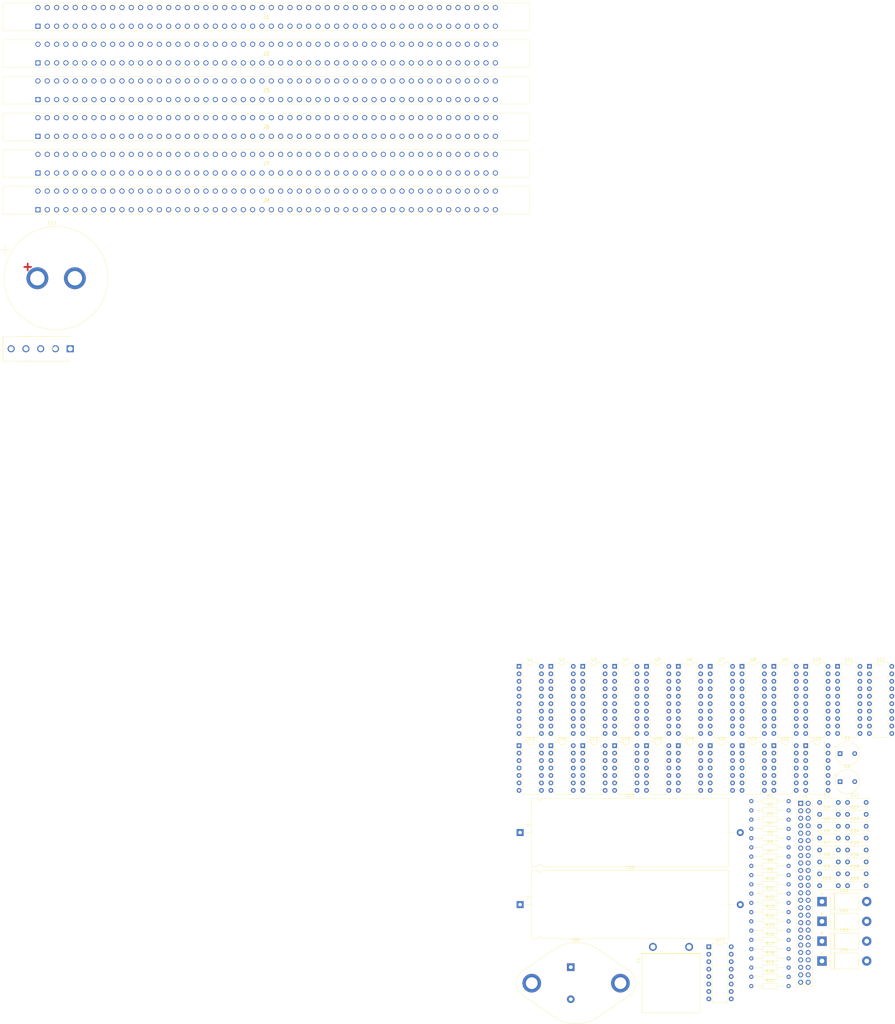
<source format=kicad_pcb>
(kicad_pcb (version 20221018) (generator pcbnew)
  (layers (0 "F.Cu" signal) (31 "B.Cu" signal) (34 "B.Paste" user) (35 "F.Paste" user) (36 "B.SilkS" user "B.Silkscreen") (37 "F.SilkS" user "F.Silkscreen") (38 "B.Mask" user) (39 "F.Mask" user) (44 "Edge.Cuts" user))
  (net 0 "")
  (net 1 "1")
  (net 2 "100")
  (net 3 "+5V")
  (net 4 "Net-(C18-Pad1)")
  (net 5 "Net-(C19-Pad1)")
  (net 6 "+16v")
  (net 7 "Net-(CR1-A)")
  (net 8 "Net-(CR3-K)")
  (net 9 "~{INTX}")
  (net 10 "~{PRESET X}")
  (net 11 "CBE X")
  (net 12 "~{WAIT X}")
  (net 13 "~{NMI X}")
  (net 14 "~{BUSRQ X}")
  (net 15 "CBD X")
  (net 16 "~{BUSACK X}")
  (net 17 "phi 1 X")
  (net 18 "~{RAMDR} * ~{ROMENABLE X}")
  (net 19 "~{RESET X}")
  (net 20 "ROM PRE X")
  (net 21 "UP8K X")
  (net 22 "CLOCK OUT X")
  (net 23 "J3-15")
  (net 24 "J3-16")
  (net 25 "J3-17")
  (net 26 "J3-18")
  (net 27 "J3-19")
  (net 28 "J3-20")
  (net 29 "J3-21")
  (net 30 "A8X")
  (net 31 "A9X")
  (net 32 "A10X")
  (net 33 "A11X")
  (net 34 "A15X")
  (net 35 "A14X")
  (net 36 "A13X")
  (net 37 "A12X")
  (net 38 "A0X")
  (net 39 "A1X")
  (net 40 "A2X")
  (net 41 "A3X")
  (net 42 "A4X")
  (net 43 "A5X")
  (net 44 "A6X")
  (net 45 "A7X")
  (net 46 "D0X")
  (net 47 "D1X")
  (net 48 "D2X")
  (net 49 "D3X")
  (net 50 "D4X")
  (net 51 "D5X")
  (net 52 "D6X")
  (net 53 "D7X")
  (net 54 "?")
  (net 55 "I{slash}O X")
  (net 56 "J3-48")
  (net 57 "Net-(R1-Pad2)")
  (net 58 "74")
  (net 59 "75")
  (net 60 "12")
  (net 61 "73")
  (net 62 "Net-(R7-Pad2)")
  (net 63 "3")
  (net 64 "Net-(R8-Pad2)")
  (net 65 "72")
  (net 66 "Net-(R13-Pad1)")
  (net 67 "Net-(U1-I0a)")
  (net 69 "Net-(U18A-~{S})")
  (net 70 "Net-(U3-I0a)")
  (net 71 "Net-(U1-OEb)")
  (net 72 "Net-(U2-OEb)")
  (net 73 "Net-(U7-I2a)")
  (net 74 "Net-(U4-OEb)")
  (net 75 "Net-(U18B-~{S})")
  (net 76 "CBD")
  (net 79 "CBE")
  (net 80 "B0")
  (net 81 "Net-(U2-O2b)")
  (net 82 "Net-(U2-O1b)")
  (net 83 "Net-(U2-O0b)")
  (net 84 "54")
  (net 85 "Net-(U2-O2a)")
  (net 86 "B01")
  (net 87 "Net-(U10-T_{slash}~{R})")
  (net 88 "Net-(U3-I1a)")
  (net 89 "77")
  (net 92 "66")
  (net 93 "Net-(U3-I2b)")
  (net 94 "Net-(U3-I3b)")
  (net 95 "Net-(U3-OEb)")
  (net 96 "~{BMREQ}")
  (net 97 "~{BRD}")
  (net 98 "~{BRFSH}")
  (net 101 "~{BHALT}")
  (net 102 "~{BWR}")
  (net 103 "~{BIORQ}")
  (net 104 "~{BBMI}")
  (net 105 "A14")
  (net 106 "A12")
  (net 107 "A10")
  (net 108 "A8")
  (net 109 "A9")
  (net 110 "A11")
  (net 111 "A13")
  (net 112 "A15")
  (net 113 "BIORQ")
  (net 119 "Net-(U6-I2a)")
  (net 120 "24")
  (net 121 "Net-(U6-I3a)")
  (net 122 "68")
  (net 124 "49")
  (net 125 "Net-(U18A-C)")
  (net 126 "25")
  (net 132 "Net-(U7-I2b)")
  (net 133 "Net-(U7-I0a)")
  (net 134 "78")
  (net 135 "Net-(U7-I1a)")
  (net 136 "26")
  (net 137 "27")
  (net 142 "Net-(U7-I1b)")
  (net 143 "28")
  (net 144 "Net-(U7-I3b)")
  (net 145 "76")
  (net 146 "~{BBUSAK}")
  (net 147 "Net-(U8-I0a)")
  (net 148 "97")
  (net 149 "Net-(U8-I1a)")
  (net 150 "47")
  (net 151 "USINTA")
  (net 152 "46")
  (net 153 "Net-(U8-I3a)")
  (net 154 "45")
  (net 155 "Net-(U8-I1b)")
  (net 156 "96")
  (net 157 "Net-(U8-I2b)")
  (net 158 "48")
  (net 159 "Net-(U8-I3b)")
  (net 160 "44")
  (net 161 "~{BBVSAK}")
  (net 163 "86")
  (net 164 "85")
  (net 165 "33")
  (net 166 "87")
  (net 167 "37")
  (net 168 "34")
  (net 169 "84")
  (net 170 "32")
  (net 171 "82")
  (net 172 "29")
  (net 173 "30")
  (net 174 "31")
  (net 175 "81")
  (net 176 "80")
  (net 177 "79")
  (net 178 "83")
  (net 179 "IXE")
  (net 180 "IXD")
  (net 181 "93")
  (net 182 "92")
  (net 183 "91")
  (net 184 "42")
  (net 185 "41")
  (net 186 "94")
  (net 187 "95")
  (net 188 "43")
  (net 189 "OXE")
  (net 190 "OXD")
  (net 191 "40")
  (net 192 "39")
  (net 193 "38")
  (net 194 "89")
  (net 195 "88")
  (net 196 "35")
  (net 197 "36")
  (net 198 "90")
  (net 199 "Net-(U13-Pad2)")
  (net 200 "Net-(U17-A0)")
  (net 201 "Net-(U18A-D)")
  (net 202 "Net-(U13-Pad11)")
  (net 203 "BRD")
  (net 204 "Net-(U14-Pad3)")
  (net 205 "Net-(U18B-D)")
  (net 206 "Net-(U18B-~{Q})")
  (net 208 "Net-(U15-Pad13)")
  (net 209 "Net-(U15-Pad11)")
  (net 212 "Net-(U17-A2)")
  (net 213 "Net-(U17-A3)")
  (net 216 "Net-(U18A-~{Q})")
  (net 217 "Net-(U20-Pad6)")
  (net 218 "~{USINTA}")
  (net 219 "Net-(U21-Pad6)")
  (net 220 "Net-(U22-Pad2)")
  (net 222 "4")
  (net 223 "5")
  (net 224 "6")
  (net 225 "7")
  (net 226 "8")
  (net 227 "9")
  (net 228 "10")
  (net 229 "11")
  (net 230 "13")
  (net 231 "14")
  (net 232 "15")
  (net 233 "16")
  (net 234 "17")
  (net 235 "18")
  (net 236 "19")
  (net 237 "20")
  (net 238 "21")
  (net 239 "22")
  (net 240 "23")
  (net 241 "53")
  (net 242 "55")
  (net 243 "56")
  (net 244 "57")
  (net 245 "58")
  (net 246 "59")
  (net 247 "60")
  (net 248 "61")
  (net 249 "62")
  (net 250 "63")
  (net 251 "64")
  (net 252 "65")
  (net 253 "67")
  (net 254 "69")
  (net 255 "70")
  (net 256 "71")
  (net 257 "98")
  (footprint "Evan's parts:346100520802" (layer "F.Cu") (at -321.695 -154.74)
    (fp_text reference "J7")
    (fp_text value "346-100-520-802" hide)
  )
  (footprint "Evan's parts:C_Disc_D6.0mm_W2.5mm_P6.35mm" (layer "F.Cu") (at -45.91 67.765)
    (fp_text reference "C13")
    (fp_text value "100nF")
  )
  (footprint "Package_DIP:DIP-20_W7.62mm" (layer "F.Cu") (at -136.1 13.315)
    (fp_text reference "U3")
    (fp_text value "74LS241")
  )
  (footprint "Evan's parts:346100520802" (layer "F.Cu") (at -321.695 -192.24)
    (fp_text reference "J2")
    (fp_text value "346-100-520-802" hide)
  )
  (footprint "Evan's parts:C_Disc_D6.0mm_W2.5mm_P6.35mm" (layer "F.Cu") (at -55.41 63.715)
    (fp_text reference "C4")
    (fp_text value "100nF")
  )
  (footprint "Evan's parts:R_Axial_DIN0204_L3.6mm_D1.6mm_P12.7mm_Horizontal" (layer "F.Cu") (at -76.14 106.465)
    (fp_text reference "R16")
    (fp_text value "2.2K")
  )
  (footprint "Diode_THT:D_DO-201AD_P15.24mm_Horizontal" (layer "F.Cu") (at -54.61 93.415)
    (fp_text reference "CR1")
    (fp_text value "60S1")
  )
  (footprint "Package_TO_SOT_THT:TO-3" (layer "F.Cu") (at -140.176674 115.768225)
    (fp_text reference "VR1")
    (fp_text value "LM323")
  )
  (footprint "Evan's parts:R_Axial_DIN0204_L3.6mm_D1.6mm_P12.7mm_Horizontal" (layer "F.Cu") (at -76.14 71.815)
    (fp_text reference "R5")
    (fp_text value "2.2K")
  )
  (footprint "Evan's parts:C_Disc_D6.0mm_W2.5mm_P6.35mm" (layer "F.Cu") (at -45.91 83.965)
    (fp_text reference "C18")
    (fp_text value "10nF")
  )
  (footprint "Evan's parts:R_Axial_DIN0204_L3.6mm_D1.6mm_P12.7mm_Horizontal" (layer "F.Cu") (at -76.14 65.515)
    (fp_text reference "R3")
    (fp_text value "2.2K")
  )
  (footprint "Package_DIP:DIP-20_W7.62mm" (layer "F.Cu") (at -81.85 13.315)
    (fp_text reference "U8")
    (fp_text value "74LS241")
  )
  (footprint "Package_DIP:DIP-14_W7.62mm" (layer "F.Cu") (at -81.85 40.315)
    (fp_text reference "U21")
    (fp_text value "74LS00")
  )
  (footprint "Evan's parts:C_Disc_D6.0mm_W2.5mm_P6.35mm" (layer "F.Cu") (at -55.41 79.915)
    (fp_text reference "C8")
    (fp_text value "100nF")
  )
  (footprint "Evan's parts:R_Axial_DIN0204_L3.6mm_D1.6mm_P12.7mm_Horizontal" (layer "F.Cu") (at -76.14 115.915)
    (fp_text reference "R19")
    (fp_text value "2.2K")
  )
  (footprint "Evan's parts:R_Axial_DIN0204_L3.6mm_D1.6mm_P12.7mm_Horizontal" (layer "F.Cu") (at -76.14 62.365)
    (fp_text reference "R2")
    (fp_text value "2.2K")
  )
  (footprint "Package_DIP:DIP-20_W7.62mm" (layer "F.Cu") (at -146.95 13.315)
    (fp_text reference "U2")
    (fp_text value "74LS241")
  )
  (footprint "Package_DIP:DIP-20_W7.62mm" (layer "F.Cu") (at -49.3 13.315)
    (fp_text reference "U11")
    (fp_text value "DP8304BN")
  )
  (footprint "Evan's parts:R_Axial_DIN0204_L3.6mm_D1.6mm_P12.7mm_Horizontal" (layer "F.Cu") (at -76.14 109.615)
    (fp_text reference "R17")
    (fp_text value "2.2K")
  )
  (footprint "Evan's parts:C_Disc_D6.0mm_W2.5mm_P6.35mm" (layer "F.Cu") (at -45.91 75.865)
    (fp_text reference "C15")
    (fp_text value "100nF")
  )
  (footprint "Capacitor_THT:CP_Radial_Tantal_D8.0mm_P5.00mm" (layer "F.Cu") (at -48.455302 52.565)
    (fp_text reference "C2")
    (fp_text value "6.8uF")
  )
  (footprint "Evan's parts:C_Disc_D6.0mm_W2.5mm_P6.35mm" (layer "F.Cu") (at -45.91 88.015)
    (fp_text reference "C19")
    (fp_text value "10nF")
  )
  (footprint "Package_DIP:DIP-14_W7.62mm" (layer "F.Cu") (at -146.95 40.315)
    (fp_text reference "U14")
    (fp_text value "74LS08")
  )
  (footprint "Package_DIP:DIP-20_W7.62mm" (layer "F.Cu") (at -92.7 13.315)
    (fp_text reference "U7")
    (fp_text value "74LS241")
  )
  (footprint "Package_DIP:DIP-20_W7.62mm" (layer "F.Cu") (at -103.55 13.315)
    (fp_text reference "U6")
    (fp_text value "74LS241")
  )
  (footprint "Package_DIP:DIP-20_W7.62mm" (layer "F.Cu") (at -71 13.315)
    (fp_text reference "U9")
    (fp_text value "DP8304BN")
  )
  (footprint "Evan's parts:R_Axial_DIN0204_L3.6mm_D1.6mm_P12.7mm_Horizontal" (layer "F.Cu") (at -76.14 100.165)
    (fp_text reference "R14")
    (fp_text value "2.2K")
  )
  (footprint "Package_DIP:DIP-16_W7.62mm" (layer "F.Cu") (at -93.16 108.815)
    (fp_text reference "U17")
    (fp_text value "6331 PROM")
  )
  (footprint "Capacitor_THT:CP_Axial_L67.0mm_D23.0mm_P75.00mm_Horizontal" (layer "F.Cu") (at -157.45 69.915)
    (fp_text reference "C21")
    (fp_text value "4000uF")
  )
  (footprint "Package_DIP:DIP-20_W7.62mm" (layer "F.Cu") (at -114.4 13.315)
    (fp_text reference "U5")
    (fp_text value "74LS241")
  )
  (footprint "Package_DIP:DIP-14_W7.62mm" (layer "F.Cu") (at -103.55 40.315)
    (fp_text reference "U19")
    (fp_text value "74LS02")
  )
  (footprint "Evan's parts:C_Disc_D6.0mm_W2.5mm_P6.35mm" (layer "F.Cu") (at -45.91 63.715)
    (fp_text reference "C12")
    (fp_text value "100nF")
  )
  (footprint "Evan's parts:C_Disc_D6.0mm_W2.5mm_P6.35mm" (layer "F.Cu") (at -45.91 59.665)
    (fp_text reference "C11")
    (fp_text value "100nF")
  )
  (footprint "Evan's parts:C_Disc_D6.0mm_W2.5mm_P6.35mm" (layer "F.Cu") (at -55.41 75.865)
    (fp_text reference "C7")
    (fp_text value "100nF")
  )
  (footprint "Evan's parts:346100520802" (layer "F.Cu") (at -321.695 -167.24)
    (fp_text reference "J6")
    (fp_text value "346-100-520-802" hide)
  )
  (footprint "Package_DIP:DIP-20_W7.62mm" (layer "F.Cu") (at -125.25 13.315)
    (fp_text reference "U4")
    (fp_text value "74LS241")
  )
  (footprint "Package_DIP:DIP-14_W7.62mm" (layer "F.Cu") (at -71 40.315)
    (fp_text reference "U22")
    (fp_text value "74LS08")
  )
  (footprint "Package_DIP:DIP-20_W7.62mm" (layer "F.Cu") (at -60.15 13.315)
    (fp_text reference "U10")
    (fp_text value "DP8304BN")
  )
  (footprint "Evan's parts:R_Axial_DIN0204_L3.6mm_D1.6mm_P12.7mm_Horizontal" (layer "F.Cu") (at -76.14 74.965)
    (fp_text reference "R6")
    (fp_text value "2.2K")
  )
  (footprint "Diode_THT:D_DO-201AD_P15.24mm_Horizontal" (layer "F.Cu") (at -54.61 106.915)
    (fp_text reference "CR3")
    (fp_text value "60S1")
  )
  (footprint "Evan's parts:R_Axial_DIN0204_L3.6mm_D1.6mm_P12.7mm_Horizontal" (layer "F.Cu") (at -76.14 97.015)
    (fp_text reference "R13")
    (fp_text value "470")
  )
  (footprint "Evan's parts:R_Axial_DIN0204_L3.6mm_D1.6mm_P12.7mm_Horizontal" (layer "F.Cu") (at -76.14 103.315)
    (fp_text reference "R15")
    (fp_text value "2.2K")
  )
  (footprint "Evan's parts:C_Disc_D6.0mm_W2.5mm_P6.35mm" (layer "F.Cu") (at -55.41 59.665)
    (fp_text reference "C3")
    (fp_text value "100nF")
  )
  (footprint "Evan's parts:CP_Radial_D35.0mm_P12.90mm_SnapIn" (layer "F.Cu") (at -321.883 -118.89)
    (fp_text reference "C17")
    (fp_text value "28000uF")
  )
  (footprint "Evan's parts:R_Axial_DIN0204_L3.6mm_D1.6mm_P12.7mm_Horizontal" (layer "F.Cu") (at -76.14 93.865)
    (fp_text reference "R12")
    (fp_text value "510")
  )
  (footprint "Capacitor_THT:CP_Axial_L67.0mm_D23.0mm_P75.00mm_Horizontal" (layer "F.Cu") (at -157.45 94.465)
    (fp_text reference "C22")
    (fp_text value "4000uF")
  )
  (footprint "Evan's parts:346100520802" (layer "F.Cu") (at -321.695 -179.74)
    (fp_text reference "J5")
    (fp_text value "346-100-520-802" hide)
  )
  (footprint "Evan's parts:C_Disc_D6.0mm_W2.5mm_P6.35mm" (layer "F.Cu") (at -45.91 79.915)
    (fp_text reference "C16")
    (fp_text value "100nF")
  )
  (footprint "Evan's parts:R_Axial_DIN0204_L3.6mm_D1.6mm_P12.7mm_Horizontal" (layer "F.Cu") (at -76.14 81.265)
    (fp_text reference "R8")
    (fp_text value "2.2K")
  )
  (footprint "Evan's parts:C_Disc_D6.0mm_W2.5mm_P6.35mm" (layer "F.Cu") (at -55.41 67.765)
    (fp_text reference "C5")
    (fp_text value "100nF")
  )
  (footprint "Evan's parts:C_Disc_D6.0mm_W2.5mm_P6.35mm" (layer "F.Cu") (at -55.41 88.015)
    (fp_text reference "C10")
    (fp_text value "100nF")
  )
  (footprint "Evan's parts:C_Disc_D6.0mm_W2.5mm_P6.35mm" (layer "F.Cu") (at -55.41 71.815)
    (fp_text reference "C6")
    (fp_text value "100nF")
  )
  (footprint "Evan's parts:R_Axial_DIN0204_L3.6mm_D1.6mm_P12.7mm_Horizontal" (layer "F.Cu") (at -76.14 59.215)
    (fp_text reference "R1")
    (fp_text value "2.2K")
  )
  (footprint "Evan's parts:R_Axial_DIN0204_L3.6mm_D1.6mm_P12.7mm_Horizontal" (layer "F.Cu") (at -76.14 78.115)
    (fp_text reference "R7")
    (fp_text value "470")
  )
  (footprint "Package_DIP:DIP-14_W7.62mm" (layer "F.Cu") (at -60.15 40.315)
    (fp_text reference "U23")
    (fp_text value "74LS10")
  )
  (footprint "Crystal:Crystal_HC33-U_Horizontal" (layer "F.Cu") (at -112.21 108.865)
    (fp_text reference "Y1")
    (fp_text value "2Mhz")
  )
  (footprint "Evan's parts:346100520802" (layer "F.Cu") (at -321.695 -142.24)
    (fp_text reference "J8")
    (fp_text value "346-100-520-802" hide)
  )
  (footprint "Evan's parts:R_Axial_DIN0204_L3.6mm_D1.6mm_P12.7mm_Horizontal" (layer "F.Cu") (at -76.14 119.065)
    (fp_text reference "R20")
    (fp_text value "2.2K")
  )
  (footprint "Evan's parts:C_Disc_D6.0mm_W2.5mm_P6.35mm" (layer "F.Cu") (at -55.41 83.965)
    (fp_text reference "C9")
    (fp_text value "100nF")
  )
  (footprint "Package_DIP:DIP-20_W7.62mm" (layer "F.Cu") (at -157.8 13.315)
    (fp_text reference "U1")
    (fp_text value "74LS241")
  )
  (footprint "Package_DIP:DIP-14_W7.62mm" (layer "F.Cu") (at -157.8 40.315)
    (fp_text reference "U13")
    (fp_text value "74LS32")
  )
  (footprint "Diode_THT:D_DO-201AD_P15.24mm_Horizontal" (layer "F.Cu") (at -54.61 113.665)
    (fp_text reference "CR4")
    (fp_text value "60S1")
  )
  (footprint "Evan's parts:R_Axial_DIN0204_L3.6mm_D1.6mm_P12.7mm_Horizontal" (layer "F.Cu") (at -76.14 122.215)
    (fp_text reference "R21")
    (fp_text value "2.2K")
  )
  (footprint "Evan's parts:C_Disc_D6.0mm_W2.5mm_P6.35mm" (layer "F.Cu") (at -45.91 71.815)
    (fp_text reference "C14")
    (fp_text value "100nF")
  )
  (footprint "Package_DIP:DIP-14_W7.62mm" (layer "F.Cu") (at -136.1 40.315)
    (fp_text reference "U15")
    (fp_text value "74LS02")
  )
  (footprint "Evan's parts:5 pin inline molex 0.93" (layer "F.Cu") (at -310.695 -94.865)
    (fp_text reference "J4")
    (fp_text value "Power In" hide)
  )
  (footprint "Package_DIP:DIP-14_W7.62mm" (layer "F.Cu") (at -92.7 40.315)
    (fp_text reference "U20")
    (fp_text value "74LS04")
  )
  (footprint "Capacitor_THT:CP_Radial_Tantal_D8.0mm_P5.00mm" (layer "F.Cu") (at -48.455302 43.015)
    (fp_text reference "C1")
    (fp_text value "6.8uF")
  )
  (footprint "Evan's parts:346100520802" (layer "F.Cu") (at -321.695 -204.74)
    (fp_text reference "J1")
    (fp_text value "346-100-520-802" hide)
  )
  (footprint "Package_DIP:DIP-14_W7.62mm" (layer "F.Cu") (at -114.4 40.315)
    (fp_text reference "U18")
    (fp_text value "74LS74")
  )
  (footprint "Evan's parts:R_Axial_DIN0204_L3.6mm_D1.6mm_P12.7mm_Horizontal" (layer "F.Cu") (at -76.14 87.565)
    (fp_text reference "R10")
    (fp_text value "220")
  )
  (footprint "Package_DIP:DIP-14_W7.62mm" (layer "F.Cu") (at -125.25 40.315)
    (fp_text reference "U16")
    (fp_text value "74LS04")
  )
  (footprint "Evan's parts:R_Axial_DIN0204_L3.6mm_D1.6mm_P12.7mm_Horizontal" (layer "F.Cu") (at -76.14 84.415)
    (fp_text reference "R9")
    (fp_text value "2.2K")
  )
  (footprint "Connector_PinHeader_2.54mm:PinHeader_2x25_P2.54mm_Vertical" (layer "F.Cu") (at -61.86 59.965)
    (fp_text reference "J3")
    (fp_text value "Sorcerer ribbon")
  )
  (footprint "Package_DIP:DIP-20_W7.62mm" (layer "F.Cu") (at -38.45 13.315)
    (fp_text reference "U12")
    (fp_text value "DP8304BN")
  )
  (footprint "Evan's parts:R_Axial_DIN0204_L3.6mm_D1.6mm_P12.7mm_Horizontal" (layer "F.Cu") (at -76.14 68.665)
    (fp_text reference "R4")
    (fp_text value "2.2K")
  )
  (footprint "Evan's parts:R_Axial_DIN0204_L3.6mm_D1.6mm_P12.7mm_Horizontal" (layer "F.Cu") (at -76.14 90.715)
    (fp_text reference "R11")
    (fp_text value "510")
  )
  (footprint "Diode_THT:D_DO-201AD_P15.24mm_Horizontal" (layer "F.Cu") (at -54.61 100.165)
    (fp_text reference "CR2")
    (fp_text value "60S1")
  )
  (footprint "Evan's parts:R_Axial_DIN0204_L3.6mm_D1.6mm_P12.7mm_Horizontal" (layer "F.Cu") (at -76.14 112.765)
    (fp_text reference "R18")
    (fp_text value "2.2K")
  )
)
</source>
